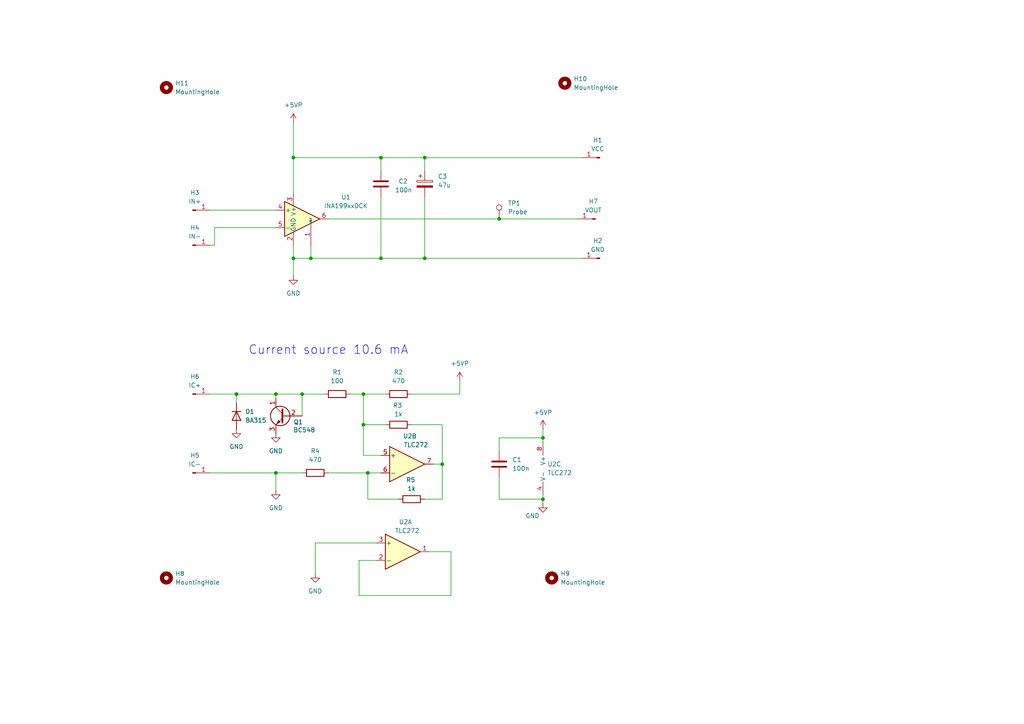
<source format=kicad_sch>
(kicad_sch (version 20250114) (generator "eeschema") (generator_version "9.0")
  (paper "A4")
  (title_block (title "Milliohmmeter Analog Board") (date "06/04/2025") (rev "00") (company "Pronoe"))
  (lib_symbols
    (symbol "Amplifier_Current:INA199xxDCK" (pin_names (offset 0.127))
      (property "Reference" "U" (at 3.81 3.81 0))
      (property "Value" "INA199xxDCK" (at 3.81 -2.54 0))
      (symbol "INA199xxDCK_0_1"
        (polyline (pts (xy 5.08 0) (xy -5.08 5.08) (xy -5.08 -5.08) (xy 5.08 0)) (stroke (width 0.254)) (fill (type background)))
      )
      (symbol "INA199xxDCK_1_1"
        (pin input line (at -7.62 2.54 0) (length 2.54) (name "+") (number "4"))
        (pin input line (at -7.62 -2.54 0) (length 2.54) (name "-") (number "5"))
        (pin power_in line (at -2.54 7.62 270) (length 3.81) (name "V+") (number "3"))
        (pin power_in line (at -2.54 -7.62 90) (length 3.81) (name "GND") (number "2"))
        (pin input line (at 2.54 -7.62 90) (length 6.35) (name "REF") (number "1"))
        (pin output line (at 7.62 0 180) (length 2.54) (name "~") (number "6"))
      )
    )
    (symbol "Amplifier_Operational:TLC272" (pin_names (offset 0.127))
      (property "Reference" "U" (at 0 5.08 0))
      (property "Value" "TLC272" (at 0 -5.08 0))
      (symbol "TLC272_1_1"
        (polyline (pts (xy -5.08 5.08) (xy 5.08 0) (xy -5.08 -5.08) (xy -5.08 5.08)) (stroke (width 0.254)) (fill (type background)))
        (pin input line (at -7.62 2.54 0) (length 2.54) (name "+") (number "3"))
        (pin input line (at -7.62 -2.54 0) (length 2.54) (name "-") (number "2"))
        (pin output line (at 7.62 0 180) (length 2.54) (name "~") (number "1"))
      )
      (symbol "TLC272_2_1"
        (polyline (pts (xy -5.08 5.08) (xy 5.08 0) (xy -5.08 -5.08) (xy -5.08 5.08)) (stroke (width 0.254)) (fill (type background)))
        (pin input line (at -7.62 2.54 0) (length 2.54) (name "+") (number "5"))
        (pin input line (at -7.62 -2.54 0) (length 2.54) (name "-") (number "6"))
        (pin output line (at 7.62 0 180) (length 2.54) (name "~") (number "7"))
      )
      (symbol "TLC272_3_1"
        (pin power_in line (at -2.54 7.62 270) (length 3.81) (name "V+") (number "8"))
        (pin power_in line (at -2.54 -7.62 90) (length 3.81) (name "V-") (number "4"))
      )
    )
    (symbol "Connector:Conn_01x01_Pin" (pin_names (offset 1.016) (hide yes))
      (property "Reference" "J" (at 0 2.54 0))
      (property "Value" "Conn_01x01_Pin" (at 0 -2.54 0))
      (symbol "Conn_01x01_Pin_1_1"
        (rectangle (start 0.8636 0.127) (end 0 -0.127) (stroke (width 0.1524)) (fill (type outline)))
        (polyline (pts (xy 1.27 0) (xy 0.8636 0)) (stroke (width 0.1524)))
        (pin passive line (at 5.08 0 180) (length 3.81) (name "Pin_1") (number "1"))
      )
    )
    (symbol "Connector:TestPoint" (pin_numbers (hide yes)) (pin_names (offset 0.762) (hide yes))
      (property "Reference" "TP" (at 0 6.858 0))
      (property "Value" "TestPoint" (at 0 5.08 0))
      (symbol "TestPoint_0_1"
        (circle (center 0 3.302) (radius 0.762))
      )
      (symbol "TestPoint_1_1"
        (pin passive line (at 0 0 90) (length 2.54) (name "1") (number "1"))
      )
    )
    (symbol "Device:C" (pin_numbers (hide yes)) (pin_names (offset 0.254))
      (property "Reference" "C" (at 0.635 2.54 0))
      (property "Value" "C" (at 0.635 -2.54 0))
      (symbol "C_0_1"
        (polyline (pts (xy -2.032 0.762) (xy 2.032 0.762)) (stroke (width 0.508)))
        (polyline (pts (xy -2.032 -0.762) (xy 2.032 -0.762)) (stroke (width 0.508)))
      )
      (symbol "C_1_1"
        (pin passive line (at 0 3.81 270) (length 2.794) (name "~") (number "1"))
        (pin passive line (at 0 -3.81 90) (length 2.794) (name "~") (number "2"))
      )
    )
    (symbol "Device:C_Polarized" (pin_numbers (hide yes)) (pin_names (offset 0.254))
      (property "Reference" "C" (at 0.635 2.54 0))
      (property "Value" "C_Polarized" (at 0.635 -2.54 0))
      (symbol "C_Polarized_0_1"
        (rectangle (start -2.286 0.508) (end 2.286 1.016))
        (polyline (pts (xy -1.778 2.286) (xy -0.762 2.286)))
        (polyline (pts (xy -1.27 2.794) (xy -1.27 1.778)))
        (rectangle (start 2.286 -0.508) (end -2.286 -1.016) (fill (type outline)))
      )
      (symbol "C_Polarized_1_1"
        (pin passive line (at 0 3.81 270) (length 2.794) (name "~") (number "1"))
        (pin passive line (at 0 -3.81 90) (length 2.794) (name "~") (number "2"))
      )
    )
    (symbol "Device:D" (pin_numbers (hide yes)) (pin_names (offset 1.016) (hide yes))
      (property "Reference" "D" (at 0 2.54 0))
      (property "Value" "D" (at 0 -2.54 0))
      (symbol "D_0_1"
        (polyline (pts (xy -1.27 1.27) (xy -1.27 -1.27)) (stroke (width 0.254)))
        (polyline (pts (xy 1.27 1.27) (xy 1.27 -1.27) (xy -1.27 0) (xy 1.27 1.27)) (stroke (width 0.254)))
        (polyline (pts (xy 1.27 0) (xy -1.27 0)))
      )
      (symbol "D_1_1"
        (pin passive line (at -3.81 0 0) (length 2.54) (name "K") (number "1"))
        (pin passive line (at 3.81 0 180) (length 2.54) (name "A") (number "2"))
      )
    )
    (symbol "Device:R" (pin_numbers (hide yes)) (pin_names (offset 0))
      (property "Reference" "R" (at 2.032 0 90))
      (property "Value" "R" (at 0 0 90))
      (symbol "R_0_1"
        (rectangle (start -1.016 -2.54) (end 1.016 2.54) (stroke (width 0.254)))
      )
      (symbol "R_1_1"
        (pin passive line (at 0 3.81 270) (length 1.27) (name "~") (number "1"))
        (pin passive line (at 0 -3.81 90) (length 1.27) (name "~") (number "2"))
      )
    )
    (symbol "Mechanical:MountingHole" (pin_names (offset 1.016)) (exclude_from_sim yes) (in_bom no)
      (property "Reference" "H" (at 0 5.08 0))
      (property "Value" "MountingHole" (at 0 3.175 0))
      (symbol "MountingHole_0_1"
        (circle (center 0 0) (radius 1.27) (stroke (width 1.27)))
      )
    )
    (symbol "Transistor_BJT:BC548" (pin_names (offset 0) (hide yes))
      (property "Reference" "Q" (at 5.08 1.905 0))
      (property "Value" "BC548" (at 5.08 0 0))
      (symbol "BC548_0_1"
        (polyline (pts (xy 0 0) (xy 0.635 0)))
        (polyline (pts (xy 0.635 1.905) (xy 0.635 -1.905) (xy 0.635 -1.905)) (stroke (width 0.508)))
        (polyline (pts (xy 0.635 0.635) (xy 2.54 2.54)))
        (polyline (pts (xy 0.635 -0.635) (xy 2.54 -2.54) (xy 2.54 -2.54)))
        (circle (center 1.27 0) (radius 2.8194) (stroke (width 0.254)))
        (polyline (pts (xy 1.27 -1.778) (xy 1.778 -1.27) (xy 2.286 -2.286) (xy 1.27 -1.778) (xy 1.27 -1.778)) (fill (type outline)))
      )
      (symbol "BC548_1_1"
        (pin input line (at -5.08 0 0) (length 5.08) (name "B") (number "2"))
        (pin passive line (at 2.54 5.08 270) (length 2.54) (name "C") (number "1"))
        (pin passive line (at 2.54 -5.08 90) (length 2.54) (name "E") (number "3"))
      )
    )
    (symbol "power:+5VP" (power) (pin_numbers (hide yes)) (pin_names (offset 0) (hide yes))
      (property "Value" "+5VP" (at 0 3.556 0))
      (symbol "+5VP_0_1"
        (polyline (pts (xy -0.762 1.27) (xy 0 2.54)))
        (polyline (pts (xy 0 2.54) (xy 0.762 1.27)))
        (polyline (pts (xy 0 0) (xy 0 2.54)))
      )
      (symbol "+5VP_1_1"
        (pin power_in line (at 0 0 90) (length 0) (name "~") (number "1"))
      )
    )
    (symbol "power:GND" (power) (pin_numbers (hide yes)) (pin_names (offset 0) (hide yes))
      (property "Value" "GND" (at 0 -3.81 0))
      (symbol "GND_0_1"
        (polyline (pts (xy 0 0) (xy 0 -1.27) (xy 1.27 -1.27) (xy 0 -2.54) (xy -1.27 -1.27) (xy 0 -1.27)))
      )
      (symbol "GND_1_1"
        (pin power_in line (at 0 0 270) (length 0) (name "~") (number "1"))
      )
    )
  )
  (text "Current source 10.6 mA" (at 95.25 101.6 0) (effects (font (size 2.54 2.54))))
  (junction (at 106.68 137.16))
  (junction (at 157.48 127))
  (junction (at 85.09 45.72))
  (junction (at 87.63 114.3))
  (junction (at 68.58 114.3))
  (junction (at 80.01 137.16))
  (junction (at 110.49 45.72))
  (junction (at 105.41 114.3))
  (junction (at 85.09 74.93))
  (junction (at 144.78 63.5))
  (junction (at 123.19 45.72))
  (junction (at 157.48 144.78))
  (junction (at 110.49 74.93))
  (junction (at 128.27 134.62))
  (junction (at 123.19 74.93))
  (junction (at 80.01 114.3))
  (junction (at 90.17 74.93))
  (junction (at 105.41 123.19))
  (wire (pts (xy 68.58 116.84) (xy 68.58 114.3)))
  (wire (pts (xy 144.78 63.5) (xy 167.64 63.5)))
  (wire (pts (xy 110.49 45.72) (xy 123.19 45.72)))
  (wire (pts (xy 85.09 74.93) (xy 85.09 80.01)))
  (wire (pts (xy 60.96 71.12) (xy 62.23 71.12)))
  (wire (pts (xy 90.17 74.93) (xy 85.09 74.93)))
  (wire (pts (xy 60.96 114.3) (xy 68.58 114.3)))
  (wire (pts (xy 157.48 144.78) (xy 144.78 144.78)))
  (wire (pts (xy 157.48 124.46) (xy 157.48 127)))
  (wire (pts (xy 115.57 144.78) (xy 106.68 144.78)))
  (wire (pts (xy 133.35 110.49) (xy 133.35 114.3)))
  (wire (pts (xy 60.96 60.96) (xy 80.01 60.96)))
  (wire (pts (xy 90.17 74.93) (xy 110.49 74.93)))
  (wire (pts (xy 123.19 45.72) (xy 168.91 45.72)))
  (wire (pts (xy 105.41 123.19) (xy 105.41 132.08)))
  (wire (pts (xy 104.14 162.56) (xy 109.22 162.56)))
  (wire (pts (xy 123.19 45.72) (xy 123.19 49.53)))
  (wire (pts (xy 91.44 157.48) (xy 91.44 166.37)))
  (wire (pts (xy 62.23 71.12) (xy 62.23 66.04)))
  (wire (pts (xy 133.35 114.3) (xy 119.38 114.3)))
  (wire (pts (xy 144.78 144.78) (xy 144.78 138.43)))
  (wire (pts (xy 85.09 45.72) (xy 85.09 55.88)))
  (wire (pts (xy 80.01 114.3) (xy 80.01 115.57)))
  (wire (pts (xy 106.68 144.78) (xy 106.68 137.16)))
  (wire (pts (xy 80.01 137.16) (xy 87.63 137.16)))
  (wire (pts (xy 95.25 137.16) (xy 106.68 137.16)))
  (wire (pts (xy 101.6 114.3) (xy 105.41 114.3)))
  (wire (pts (xy 105.41 132.08) (xy 110.49 132.08)))
  (wire (pts (xy 90.17 71.12) (xy 90.17 74.93)))
  (wire (pts (xy 60.96 137.16) (xy 80.01 137.16)))
  (wire (pts (xy 110.49 45.72) (xy 110.49 49.53)))
  (wire (pts (xy 105.41 123.19) (xy 111.76 123.19)))
  (wire (pts (xy 157.48 146.05) (xy 157.48 144.78)))
  (wire (pts (xy 130.81 172.72) (xy 130.81 160.02)))
  (wire (pts (xy 85.09 35.56) (xy 85.09 45.72)))
  (wire (pts (xy 110.49 57.15) (xy 110.49 74.93)))
  (wire (pts (xy 144.78 127) (xy 144.78 130.81)))
  (wire (pts (xy 157.48 127) (xy 157.48 128.27)))
  (wire (pts (xy 104.14 162.56) (xy 104.14 172.72)))
  (wire (pts (xy 95.25 63.5) (xy 144.78 63.5)))
  (wire (pts (xy 106.68 137.16) (xy 110.49 137.16)))
  (wire (pts (xy 68.58 114.3) (xy 80.01 114.3)))
  (wire (pts (xy 91.44 157.48) (xy 109.22 157.48)))
  (wire (pts (xy 128.27 123.19) (xy 128.27 134.62)))
  (wire (pts (xy 110.49 74.93) (xy 123.19 74.93)))
  (wire (pts (xy 62.23 66.04) (xy 80.01 66.04)))
  (wire (pts (xy 157.48 127) (xy 144.78 127)))
  (wire (pts (xy 105.41 114.3) (xy 111.76 114.3)))
  (wire (pts (xy 157.48 144.78) (xy 157.48 143.51)))
  (wire (pts (xy 123.19 144.78) (xy 128.27 144.78)))
  (wire (pts (xy 80.01 137.16) (xy 80.01 142.24)))
  (wire (pts (xy 85.09 71.12) (xy 85.09 74.93)))
  (wire (pts (xy 85.09 45.72) (xy 110.49 45.72)))
  (wire (pts (xy 80.01 114.3) (xy 87.63 114.3)))
  (wire (pts (xy 123.19 57.15) (xy 123.19 74.93)))
  (wire (pts (xy 87.63 114.3) (xy 87.63 120.65)))
  (wire (pts (xy 105.41 114.3) (xy 105.41 123.19)))
  (wire (pts (xy 128.27 134.62) (xy 128.27 144.78)))
  (wire (pts (xy 104.14 172.72) (xy 130.81 172.72)))
  (wire (pts (xy 87.63 114.3) (xy 93.98 114.3)))
  (wire (pts (xy 124.46 160.02) (xy 130.81 160.02)))
  (wire (pts (xy 119.38 123.19) (xy 128.27 123.19)))
  (wire (pts (xy 123.19 74.93) (xy 168.91 74.93)))
  (wire (pts (xy 125.73 134.62) (xy 128.27 134.62)))
  (symbol (lib_id "Device:R") (at 91.44 137.16 270) (unit 1)
    (property "Reference" "R4" (at 91.44 130.81 90))
    (property "Value" "470" (at 91.44 133.35 90))
    (property "Footprint" "Resistor_THT:R_Axial_DIN0207_L6.3mm_D2.5mm_P10.16mm_Horizontal" (effects (hide yes)))
    (property "Description" "Resistor" (effects (hide yes)))
  )
  (symbol (lib_id "Connector:Conn_01x01_Pin") (at 172.72 63.5 180) (unit 1)
    (property "Reference" "H7" (at 172.085 58.42 0))
    (property "Value" "VOUT" (at 172.085 60.96 0))
    (property "Footprint" "Connector_Wire:SolderWire-0.5sqmm_1x01_D0.9mm_OD2.1mm_Relief" (effects (hide yes)))
    (property "Description" "soldering hole" (effects (hide yes)))
  )
  (symbol (lib_id "power:+5VP") (at 133.35 110.49 0) (unit 1)
    (property "Reference" "#PWR06" (effects (hide yes)))
    (property "Value" "+5VP" (at 133.35 105.41 0))
    (property "Description" "Power symbol creates a global label with name \"+5VP\"" (effects (hide yes)))
  )
  (symbol (lib_id "Device:C_Polarized") (at 123.19 53.34 0) (unit 1)
    (property "Reference" "C3" (at 127 51.1809 0) (effects (justify left)))
    (property "Value" "47u" (at 127 53.7209 0) (effects (justify left)))
    (property "Footprint" "Capacitor_THT:CP_Axial_L11.0mm_D6.0mm_P18.00mm_Horizontal" (effects (hide yes)))
    (property "Description" "Polarized capacitor" (effects (hide yes)))
  )
  (symbol (lib_id "Mechanical:MountingHole") (at 163.83 24.13 0) (unit 1) (exclude_from_sim yes) (in_bom no)
    (property "Reference" "H10" (at 166.37 22.8599 0) (effects (justify left)))
    (property "Value" "MountingHole" (at 166.37 25.3999 0) (effects (justify left)))
    (property "Footprint" "MountingHole:MountingHole_3.2mm_M3" (effects (hide yes)))
    (property "Description" "Mounting Hole without connection" (effects (hide yes)))
  )
  (symbol (lib_id "power:GND") (at 91.44 166.37 0) (unit 1)
    (property "Reference" "#PWR08" (effects (hide yes)))
    (property "Value" "GND" (at 91.44 171.45 0))
    (property "Description" "Power symbol creates a global label with name \"GND\" , ground" (effects (hide yes)))
  )
  (symbol (lib_id "Connector:Conn_01x01_Pin") (at 173.99 74.93 180) (unit 1)
    (property "Reference" "H2" (at 173.355 69.85 0))
    (property "Value" "GND" (at 173.355 72.39 0))
    (property "Footprint" "Connector_Wire:SolderWire-0.5sqmm_1x01_D0.9mm_OD2.1mm_Relief" (effects (hide yes)))
    (property "Description" "soldering hole" (effects (hide yes)))
  )
  (symbol (lib_id "Mechanical:MountingHole") (at 48.26 25.4 0) (unit 1) (exclude_from_sim yes) (in_bom no)
    (property "Reference" "H11" (at 50.8 24.1299 0) (effects (justify left)))
    (property "Value" "MountingHole" (at 50.8 26.6699 0) (effects (justify left)))
    (property "Footprint" "MountingHole:MountingHole_3.2mm_M3" (effects (hide yes)))
    (property "Description" "Mounting Hole without connection" (effects (hide yes)))
  )
  (symbol (lib_id "Device:R") (at 115.57 114.3 270) (unit 1)
    (property "Reference" "R2" (at 115.57 107.95 90))
    (property "Value" "470" (at 115.57 110.49 90))
    (property "Footprint" "Resistor_THT:R_Axial_DIN0207_L6.3mm_D2.5mm_P10.16mm_Horizontal" (effects (hide yes)))
    (property "Description" "Resistor" (effects (hide yes)))
  )
  (symbol (lib_id "Connector:Conn_01x01_Pin") (at 173.99 45.72 180) (unit 1)
    (property "Reference" "H1" (at 173.355 40.64 0))
    (property "Value" "VCC" (at 173.355 43.18 0))
    (property "Footprint" "Connector_Wire:SolderWire-0.5sqmm_1x01_D0.9mm_OD2.1mm_Relief" (effects (hide yes)))
    (property "Description" "soldering hole" (effects (hide yes)))
  )
  (symbol (lib_id "power:GND") (at 80.01 142.24 0) (unit 1)
    (property "Reference" "#PWR07" (effects (hide yes)))
    (property "Value" "GND" (at 80.01 147.32 0))
    (property "Description" "Power symbol creates a global label with name \"GND\" , ground" (effects (hide yes)))
  )
  (symbol (lib_id "Connector:TestPoint") (at 144.78 63.5 0) (unit 1)
    (property "Reference" "TP1" (at 147.32 58.9279 0) (effects (justify left)))
    (property "Value" "Probe" (at 147.32 61.4679 0) (effects (justify left)))
    (property "Footprint" "TestPoint:TestPoint_THTPad_2.0x2.0mm_Drill1.0mm" (effects (hide yes)))
    (property "Description" "test point" (effects (hide yes)))
  )
  (symbol (lib_id "Amplifier_Operational:TLC272") (at 118.11 134.62 0) (unit 2)
    (property "Reference" "U2" (at 118.872 126.492 0))
    (property "Value" "TLC272" (at 120.65 129.032 0))
    (property "Footprint" "Package_DIP:DIP-8_W7.62mm" (effects (hide yes)))
    (property "Datasheet" "http://www.ti.com/lit/ds/symlink/tlc272.pdf" (effects (hide yes)))
    (property "Description" "Dual LinCMOS Precision Dual Operational Amplifiers, DIP-8/SOIC-8/SSOP-8" (effects (hide yes)))
  )
  (symbol (lib_id "Device:C") (at 144.78 134.62 0) (unit 1)
    (property "Reference" "C1" (at 148.59 133.3499 0) (effects (justify left)))
    (property "Value" "100n" (at 148.59 135.8899 0) (effects (justify left)))
    (property "Footprint" "Capacitor_THT:C_Disc_D5.0mm_W2.5mm_P2.50mm" (effects (hide yes)))
    (property "Description" "Unpolarized capacitor" (effects (hide yes)))
  )
  (symbol (lib_id "power:+5VP") (at 157.48 124.46 0) (unit 1)
    (property "Reference" "#PWR05" (effects (hide yes)))
    (property "Value" "+5VP" (at 157.48 119.634 0))
    (property "Description" "Power symbol creates a global label with name \"+5VP\"" (effects (hide yes)))
  )
  (symbol (lib_id "power:GND") (at 68.58 124.46 0) (unit 1)
    (property "Reference" "#PWR03" (effects (hide yes)))
    (property "Value" "GND" (at 68.58 129.54 0))
    (property "Description" "Power symbol creates a global label with name \"GND\" , ground" (effects (hide yes)))
  )
  (symbol (lib_id "Device:R") (at 97.79 114.3 270) (unit 1)
    (property "Reference" "R1" (at 97.79 107.95 90))
    (property "Value" "100" (at 97.79 110.49 90))
    (property "Footprint" "Resistor_THT:R_Axial_DIN0207_L6.3mm_D2.5mm_P10.16mm_Horizontal" (effects (hide yes)))
    (property "Description" "Resistor" (effects (hide yes)))
  )
  (symbol (lib_id "Transistor_BJT:BC548") (at 82.55 120.65 0) (mirror y) (unit 1)
    (property "Reference" "Q1" (at 87.884 122.428 0) (effects (justify left)))
    (property "Value" "BC548" (at 91.44 124.714 0) (effects (justify left)))
    (property "Footprint" "Package_TO_SOT_THT:TO-92_Inline" (effects (hide yes)))
    (property "Datasheet" "https://www.onsemi.com/pub/Collateral/BC550-D.pdf" (effects (hide yes)))
    (property "Description" "0.1A Ic, 30V Vce, Small Signal NPN Transistor, TO-92" (effects (hide yes)))
  )
  (symbol (lib_id "Connector:Conn_01x01_Pin") (at 55.88 60.96 0) (mirror x) (unit 1)
    (property "Reference" "H3" (at 56.515 55.88 0))
    (property "Value" "IN+" (at 56.515 58.42 0))
    (property "Footprint" "Connector_Wire:SolderWire-0.5sqmm_1x01_D0.9mm_OD2.1mm_Relief" (effects (hide yes)))
    (property "Description" "soldering hole" (effects (hide yes)))
  )
  (symbol (lib_id "Connector:Conn_01x01_Pin") (at 55.88 71.12 0) (mirror x) (unit 1)
    (property "Reference" "H4" (at 56.515 66.04 0))
    (property "Value" "IN-" (at 56.515 68.58 0))
    (property "Footprint" "Connector_Wire:SolderWire-0.5sqmm_1x01_D0.9mm_OD2.1mm_Relief" (effects (hide yes)))
    (property "Description" "soldering hole" (effects (hide yes)))
  )
  (symbol (lib_id "Amplifier_Current:INA199xxDCK") (at 87.63 63.5 0) (unit 1)
    (property "Reference" "U1" (at 100.33 57.1814 0))
    (property "Value" "INA199xxDCK" (at 100.33 59.7214 0))
    (property "Footprint" "Package_TO_SOT_SMD:SOT-363_SC-70-6" (effects (hide yes)))
    (property "Datasheet" "http://www.ti.com/lit/ds/symlink/ina199.pdf" (effects (hide yes)))
    (property "Description" "INA199 26-V, Bidirectional, Zero-Drift, Low- or High-Side, Voltage-Output, Current-Shunt Monitor, SOT-363, SC-70" (effects (hide yes)))
  )
  (symbol (lib_id "power:GND") (at 80.01 125.73 0) (unit 1)
    (property "Reference" "#PWR02" (effects (hide yes)))
    (property "Value" "GND" (at 80.01 130.81 0))
    (property "Description" "Power symbol creates a global label with name \"GND\" , ground" (effects (hide yes)))
  )
  (symbol (lib_id "power:GND") (at 157.48 146.05 0) (unit 1)
    (property "Reference" "#PWR09" (effects (hide yes)))
    (property "Value" "GND" (at 154.432 149.606 0))
    (property "Description" "Power symbol creates a global label with name \"GND\" , ground" (effects (hide yes)))
  )
  (symbol (lib_id "Device:C") (at 110.49 53.34 0) (unit 1)
    (property "Reference" "C2" (at 115.57 52.578 0) (effects (justify left)))
    (property "Value" "100n" (at 114.554 55.118 0) (effects (justify left)))
    (property "Footprint" "Capacitor_THT:C_Disc_D5.0mm_W2.5mm_P2.50mm" (effects (hide yes)))
    (property "Description" "Unpolarized capacitor" (effects (hide yes)))
  )
  (symbol (lib_id "power:+5VP") (at 85.09 35.56 0) (unit 1)
    (property "Reference" "#PWR04" (effects (hide yes)))
    (property "Value" "+5VP" (at 85.09 30.48 0))
    (property "Description" "Power symbol creates a global label with name \"+5VP\"" (effects (hide yes)))
  )
  (symbol (lib_id "Connector:Conn_01x01_Pin") (at 55.88 114.3 0) (mirror x) (unit 1)
    (property "Reference" "H6" (at 56.515 109.22 0))
    (property "Value" "IC+" (at 56.515 111.76 0))
    (property "Footprint" "Connector_Wire:SolderWire-0.5sqmm_1x01_D0.9mm_OD2.1mm_Relief" (effects (hide yes)))
    (property "Description" "soldering hole" (effects (hide yes)))
  )
  (symbol (lib_id "Amplifier_Operational:TLC272") (at 160.02 135.89 0) (unit 3)
    (property "Reference" "U2" (at 158.75 134.6199 0) (effects (justify left)))
    (property "Value" "TLC272" (at 158.75 137.1599 0) (effects (justify left)))
    (property "Footprint" "Package_DIP:DIP-8_W7.62mm" (effects (hide yes)))
    (property "Datasheet" "http://www.ti.com/lit/ds/symlink/tlc272.pdf" (effects (hide yes)))
    (property "Description" "Dual LinCMOS Precision Dual Operational Amplifiers, DIP-8/SOIC-8/SSOP-8" (effects (hide yes)))
  )
  (symbol (lib_id "Connector:Conn_01x01_Pin") (at 55.88 137.16 0) (mirror x) (unit 1)
    (property "Reference" "H5" (at 56.515 132.08 0))
    (property "Value" "IC-" (at 56.515 134.62 0))
    (property "Footprint" "Connector_Wire:SolderWire-0.5sqmm_1x01_D0.9mm_OD2.1mm_Relief" (effects (hide yes)))
    (property "Description" "soldering hole" (effects (hide yes)))
  )
  (symbol (lib_id "Device:R") (at 119.38 144.78 270) (unit 1)
    (property "Reference" "R5" (at 119.126 139.192 90))
    (property "Value" "1k" (at 119.38 141.732 90))
    (property "Footprint" "Resistor_THT:R_Axial_DIN0207_L6.3mm_D2.5mm_P10.16mm_Horizontal" (effects (hide yes)))
    (property "Description" "Resistor" (effects (hide yes)))
  )
  (symbol (lib_id "power:GND") (at 85.09 80.01 0) (unit 1)
    (property "Reference" "#PWR01" (effects (hide yes)))
    (property "Value" "GND" (at 85.09 85.09 0))
    (property "Description" "Power symbol creates a global label with name \"GND\" , ground" (effects (hide yes)))
  )
  (symbol (lib_id "Mechanical:MountingHole") (at 160.02 167.64 0) (unit 1) (exclude_from_sim yes) (in_bom no)
    (property "Reference" "H9" (at 162.56 166.3699 0) (effects (justify left)))
    (property "Value" "MountingHole" (at 162.56 168.9099 0) (effects (justify left)))
    (property "Footprint" "MountingHole:MountingHole_3.2mm_M3" (effects (hide yes)))
    (property "Description" "Mounting Hole without connection" (effects (hide yes)))
  )
  (symbol (lib_id "Mechanical:MountingHole") (at 48.26 167.64 0) (unit 1) (exclude_from_sim yes) (in_bom no)
    (property "Reference" "H8" (at 50.8 166.3699 0) (effects (justify left)))
    (property "Value" "MountingHole" (at 50.8 168.9099 0) (effects (justify left)))
    (property "Footprint" "MountingHole:MountingHole_3.2mm_M3" (effects (hide yes)))
    (property "Description" "Mounting Hole without connection" (effects (hide yes)))
  )
  (symbol (lib_id "Device:R") (at 115.57 123.19 270) (unit 1)
    (property "Reference" "R3" (at 115.316 117.602 90))
    (property "Value" "1k" (at 115.57 120.142 90))
    (property "Footprint" "Resistor_THT:R_Axial_DIN0207_L6.3mm_D2.5mm_P10.16mm_Horizontal" (effects (hide yes)))
    (property "Description" "Resistor" (effects (hide yes)))
  )
  (symbol (lib_id "Amplifier_Operational:TLC272") (at 116.84 160.02 0) (unit 1)
    (property "Reference" "U2" (at 117.602 151.384 0))
    (property "Value" "TLC272" (at 118.11 153.924 0))
    (property "Footprint" "Package_DIP:DIP-8_W7.62mm" (effects (hide yes)))
    (property "Datasheet" "http://www.ti.com/lit/ds/symlink/tlc272.pdf" (effects (hide yes)))
    (property "Description" "Dual LinCMOS Precision Dual Operational Amplifiers, DIP-8/SOIC-8/SSOP-8" (effects (hide yes)))
  )
  (symbol (lib_id "Device:D") (at 68.58 120.65 270) (unit 1)
    (property "Reference" "D1" (at 71.12 119.3799 90) (effects (justify left)))
    (property "Value" "BA315" (at 71.12 121.9199 90) (effects (justify left)))
    (property "Footprint" "Diode_THT:D_DO-35_SOD27_P7.62mm_Horizontal" (effects (hide yes)))
    (property "Description" "Diode" (effects (hide yes)))
    (property "Sim.Device" "D" (effects (hide yes)))
    (property "Sim.Pins" "1=K 2=A" (effects (hide yes)))
  )
)
</source>
